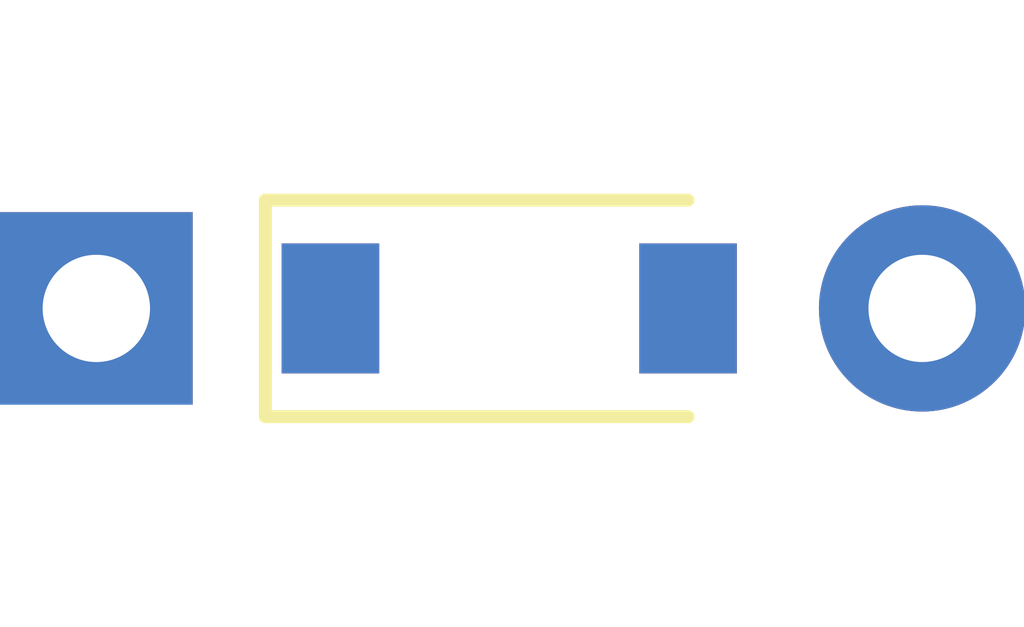
<source format=kicad_pcb>
(kicad_pcb (version 20211014) (generator pcbnew)
  (title_block (title "pcb") (rev "v1.0.0") (company "Unknown"))
  (layers (0 "F.Cu" signal) (31 "B.Cu" signal) (34 "B.Paste" user) (35 "F.Paste" user) (36 "B.SilkS" user "B.Silkscreen") (37 "F.SilkS" user "F.Silkscreen") (38 "B.Mask" user) (39 "F.Mask" user) (44 "Edge.Cuts" user))
  (net 0 "")
  (net 1 "from")
  (net 2 "to")
  (footprint "Diode_SMD:D_SOD-123" (layer "F.Cu") (at 0 0 0)
    (fp_text reference "D1" hide)
    (fp_text value "D_SOD-123")
    (fp_line (start -2.25 1) (end 1.65 1) (layer "F.SilkS") (width 0.12))
    (fp_line (start -2.25 -1) (end -2.25 1) (layer "F.SilkS") (width 0.12))
    (fp_line (start -2.25 -1) (end 1.65 -1) (layer "F.SilkS") (width 0.12))
    (pad "1" smd rect (at -1.65 0 0) (size 0.9 1.2) (layers "F.Cu" "F.Paste" "F.Mask") (net 2 "to"))
    (pad "2" smd rect (at 1.65 0 0) (size 0.9 1.2) (layers "B.Cu" "B.Paste" "B.Mask") (net 1 "from"))
    (pad "1" smd rect (at -1.65 0 0) (size 0.9 1.2) (layers "B.Cu" "B.Paste" "B.Mask") (net 2 "to"))
    (pad "2" smd rect (at 1.65 0 0) (size 0.9 1.2) (layers "F.Cu" "F.Paste" "F.Mask") (net 1 "from"))
    (pad 1 thru_hole circle (at 3.81 0 0) (size 1.905 1.905) (drill 0.9906) (layers *.Cu *.Mask) (net 1 "from"))
    (pad 2 thru_hole rect (at -3.81 0 0) (size 1.778 1.778) (drill 0.9906) (layers *.Cu *.Mask) (net 2 "to"))
  )
)
</source>
